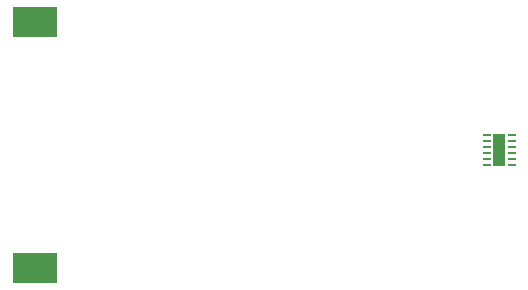
<source format=gbr>
%TF.GenerationSoftware,KiCad,Pcbnew,7.0.10*%
%TF.CreationDate,2024-01-17T14:59:58-08:00*%
%TF.ProjectId,P1.2,50312e32-2e6b-4696-9361-645f70636258,rev?*%
%TF.SameCoordinates,Original*%
%TF.FileFunction,Paste,Top*%
%TF.FilePolarity,Positive*%
%FSLAX46Y46*%
G04 Gerber Fmt 4.6, Leading zero omitted, Abs format (unit mm)*
G04 Created by KiCad (PCBNEW 7.0.10) date 2024-01-17 14:59:58*
%MOMM*%
%LPD*%
G01*
G04 APERTURE LIST*
%ADD10R,3.810000X2.540000*%
%ADD11R,0.660400X0.254000*%
%ADD12R,1.092200X2.743200*%
G04 APERTURE END LIST*
%TO.C,U2*%
G36*
X126938100Y-127230063D02*
G01*
X126045900Y-127230063D01*
X126045900Y-126058463D01*
X126938100Y-126058463D01*
X126938100Y-127230063D01*
G37*
G36*
X126938100Y-128601663D02*
G01*
X126045900Y-128601663D01*
X126045900Y-127430063D01*
X126938100Y-127430063D01*
X126938100Y-128601663D01*
G37*
%TD*%
D10*
%TO.C,BT1*%
X87175944Y-137325963D03*
X87175944Y-116495963D03*
%TD*%
D11*
%TO.C,U2*%
X125463300Y-126079748D03*
X125463300Y-126579874D03*
X125463300Y-127080000D03*
X125463300Y-127580126D03*
X125463300Y-128080252D03*
X125463300Y-128580378D03*
X127520700Y-128580378D03*
X127520700Y-128080252D03*
X127520700Y-127580126D03*
X127520700Y-127080000D03*
X127520700Y-126579874D03*
X127520700Y-126079748D03*
D12*
X126492000Y-127330063D03*
%TD*%
M02*

</source>
